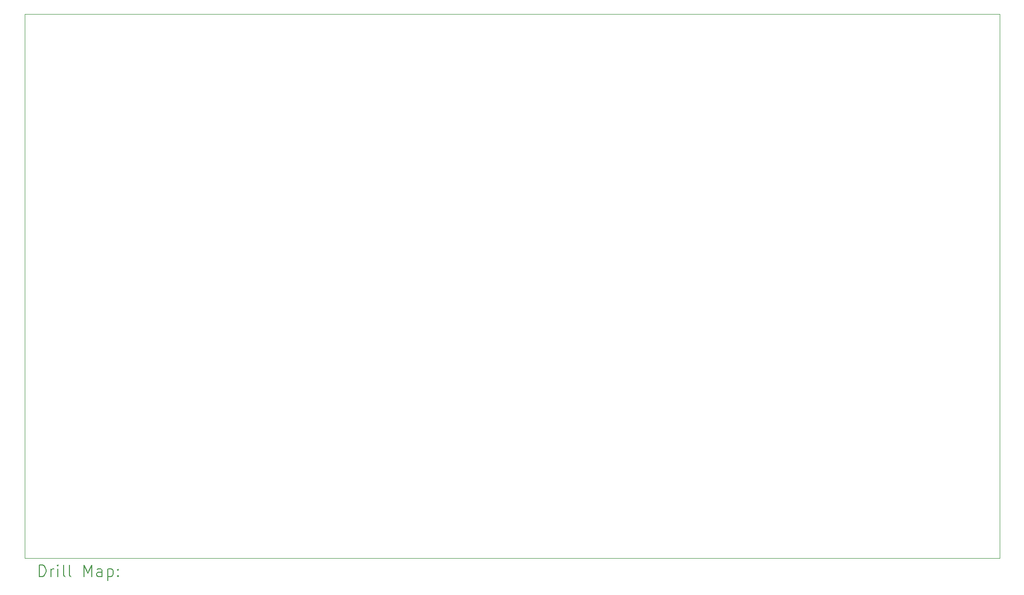
<source format=gbr>
%TF.GenerationSoftware,KiCad,Pcbnew,7.0.8*%
%TF.CreationDate,2023-10-13T18:56:20-05:00*%
%TF.ProjectId,QuantizerBack,5175616e-7469-47a6-9572-4261636b2e6b,rev?*%
%TF.SameCoordinates,Original*%
%TF.FileFunction,Drillmap*%
%TF.FilePolarity,Positive*%
%FSLAX45Y45*%
G04 Gerber Fmt 4.5, Leading zero omitted, Abs format (unit mm)*
G04 Created by KiCad (PCBNEW 7.0.8) date 2023-10-13 18:56:20*
%MOMM*%
%LPD*%
G01*
G04 APERTURE LIST*
%ADD10C,0.100000*%
%ADD11C,0.200000*%
G04 APERTURE END LIST*
D10*
X6500000Y-5250000D02*
X23500000Y-5250000D01*
X23500000Y-14750000D01*
X6500000Y-14750000D01*
X6500000Y-5250000D01*
D11*
X6755777Y-15066484D02*
X6755777Y-14866484D01*
X6755777Y-14866484D02*
X6803396Y-14866484D01*
X6803396Y-14866484D02*
X6831967Y-14876008D01*
X6831967Y-14876008D02*
X6851015Y-14895055D01*
X6851015Y-14895055D02*
X6860539Y-14914103D01*
X6860539Y-14914103D02*
X6870062Y-14952198D01*
X6870062Y-14952198D02*
X6870062Y-14980769D01*
X6870062Y-14980769D02*
X6860539Y-15018865D01*
X6860539Y-15018865D02*
X6851015Y-15037912D01*
X6851015Y-15037912D02*
X6831967Y-15056960D01*
X6831967Y-15056960D02*
X6803396Y-15066484D01*
X6803396Y-15066484D02*
X6755777Y-15066484D01*
X6955777Y-15066484D02*
X6955777Y-14933150D01*
X6955777Y-14971246D02*
X6965301Y-14952198D01*
X6965301Y-14952198D02*
X6974824Y-14942674D01*
X6974824Y-14942674D02*
X6993872Y-14933150D01*
X6993872Y-14933150D02*
X7012920Y-14933150D01*
X7079586Y-15066484D02*
X7079586Y-14933150D01*
X7079586Y-14866484D02*
X7070062Y-14876008D01*
X7070062Y-14876008D02*
X7079586Y-14885531D01*
X7079586Y-14885531D02*
X7089110Y-14876008D01*
X7089110Y-14876008D02*
X7079586Y-14866484D01*
X7079586Y-14866484D02*
X7079586Y-14885531D01*
X7203396Y-15066484D02*
X7184348Y-15056960D01*
X7184348Y-15056960D02*
X7174824Y-15037912D01*
X7174824Y-15037912D02*
X7174824Y-14866484D01*
X7308158Y-15066484D02*
X7289110Y-15056960D01*
X7289110Y-15056960D02*
X7279586Y-15037912D01*
X7279586Y-15037912D02*
X7279586Y-14866484D01*
X7536729Y-15066484D02*
X7536729Y-14866484D01*
X7536729Y-14866484D02*
X7603396Y-15009341D01*
X7603396Y-15009341D02*
X7670062Y-14866484D01*
X7670062Y-14866484D02*
X7670062Y-15066484D01*
X7851015Y-15066484D02*
X7851015Y-14961722D01*
X7851015Y-14961722D02*
X7841491Y-14942674D01*
X7841491Y-14942674D02*
X7822443Y-14933150D01*
X7822443Y-14933150D02*
X7784348Y-14933150D01*
X7784348Y-14933150D02*
X7765301Y-14942674D01*
X7851015Y-15056960D02*
X7831967Y-15066484D01*
X7831967Y-15066484D02*
X7784348Y-15066484D01*
X7784348Y-15066484D02*
X7765301Y-15056960D01*
X7765301Y-15056960D02*
X7755777Y-15037912D01*
X7755777Y-15037912D02*
X7755777Y-15018865D01*
X7755777Y-15018865D02*
X7765301Y-14999817D01*
X7765301Y-14999817D02*
X7784348Y-14990293D01*
X7784348Y-14990293D02*
X7831967Y-14990293D01*
X7831967Y-14990293D02*
X7851015Y-14980769D01*
X7946253Y-14933150D02*
X7946253Y-15133150D01*
X7946253Y-14942674D02*
X7965301Y-14933150D01*
X7965301Y-14933150D02*
X8003396Y-14933150D01*
X8003396Y-14933150D02*
X8022443Y-14942674D01*
X8022443Y-14942674D02*
X8031967Y-14952198D01*
X8031967Y-14952198D02*
X8041491Y-14971246D01*
X8041491Y-14971246D02*
X8041491Y-15028388D01*
X8041491Y-15028388D02*
X8031967Y-15047436D01*
X8031967Y-15047436D02*
X8022443Y-15056960D01*
X8022443Y-15056960D02*
X8003396Y-15066484D01*
X8003396Y-15066484D02*
X7965301Y-15066484D01*
X7965301Y-15066484D02*
X7946253Y-15056960D01*
X8127205Y-15047436D02*
X8136729Y-15056960D01*
X8136729Y-15056960D02*
X8127205Y-15066484D01*
X8127205Y-15066484D02*
X8117682Y-15056960D01*
X8117682Y-15056960D02*
X8127205Y-15047436D01*
X8127205Y-15047436D02*
X8127205Y-15066484D01*
X8127205Y-14942674D02*
X8136729Y-14952198D01*
X8136729Y-14952198D02*
X8127205Y-14961722D01*
X8127205Y-14961722D02*
X8117682Y-14952198D01*
X8117682Y-14952198D02*
X8127205Y-14942674D01*
X8127205Y-14942674D02*
X8127205Y-14961722D01*
M02*

</source>
